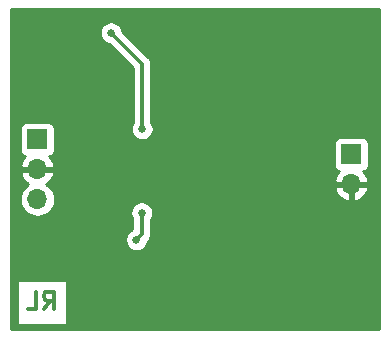
<source format=gbr>
G04 #@! TF.GenerationSoftware,KiCad,Pcbnew,(5.1.2-1)-1*
G04 #@! TF.CreationDate,2019-06-28T15:13:53-07:00*
G04 #@! TF.ProjectId,power_share,706f7765-725f-4736-9861-72652e6b6963,rev?*
G04 #@! TF.SameCoordinates,Original*
G04 #@! TF.FileFunction,Copper,L2,Bot*
G04 #@! TF.FilePolarity,Positive*
%FSLAX46Y46*%
G04 Gerber Fmt 4.6, Leading zero omitted, Abs format (unit mm)*
G04 Created by KiCad (PCBNEW (5.1.2-1)-1) date 2019-06-28 15:13:53*
%MOMM*%
%LPD*%
G04 APERTURE LIST*
%ADD10C,0.300000*%
%ADD11O,1.700000X1.700000*%
%ADD12R,1.700000X1.700000*%
%ADD13C,0.889000*%
%ADD14C,0.660400*%
%ADD15C,0.304800*%
%ADD16C,0.254000*%
G04 APERTURE END LIST*
D10*
X117744857Y-105834571D02*
X118244857Y-105120285D01*
X118602000Y-105834571D02*
X118602000Y-104334571D01*
X118030571Y-104334571D01*
X117887714Y-104406000D01*
X117816285Y-104477428D01*
X117744857Y-104620285D01*
X117744857Y-104834571D01*
X117816285Y-104977428D01*
X117887714Y-105048857D01*
X118030571Y-105120285D01*
X118602000Y-105120285D01*
X116387714Y-105834571D02*
X117102000Y-105834571D01*
X117102000Y-104334571D01*
D11*
X143800000Y-95250000D03*
D12*
X143800000Y-92710000D03*
D11*
X117200000Y-96520000D03*
X117200000Y-93980000D03*
D12*
X117200000Y-91440000D03*
D13*
X122174000Y-95250000D03*
X122999000Y-90869000D03*
X123079000Y-97171000D03*
D14*
X126078360Y-90569107D03*
X123444000Y-82423000D03*
X126046082Y-97677004D03*
X125603000Y-99949000D03*
D15*
X126078360Y-85057360D02*
X123444000Y-82423000D01*
X126078360Y-90569107D02*
X126078360Y-85057360D01*
X126046082Y-99505918D02*
X125603000Y-99949000D01*
X126046082Y-97677004D02*
X126046082Y-99505918D01*
D16*
G36*
X146152000Y-83279581D02*
G01*
X146152000Y-83279582D01*
X146152001Y-104361572D01*
X146152000Y-104361582D01*
X146152001Y-107544000D01*
X114960000Y-107544000D01*
X114960000Y-103366000D01*
X115459857Y-103366000D01*
X115459857Y-107186000D01*
X119744143Y-107186000D01*
X119744143Y-103366000D01*
X115459857Y-103366000D01*
X114960000Y-103366000D01*
X114960000Y-99853936D01*
X124637800Y-99853936D01*
X124637800Y-100044064D01*
X124674892Y-100230538D01*
X124747651Y-100406194D01*
X124853280Y-100564279D01*
X124987721Y-100698720D01*
X125145806Y-100804349D01*
X125321462Y-100877108D01*
X125507936Y-100914200D01*
X125698064Y-100914200D01*
X125884538Y-100877108D01*
X126060194Y-100804349D01*
X126218279Y-100698720D01*
X126352720Y-100564279D01*
X126458349Y-100406194D01*
X126531108Y-100230538D01*
X126554969Y-100110582D01*
X126575509Y-100090042D01*
X126605551Y-100065387D01*
X126703948Y-99945490D01*
X126777064Y-99808701D01*
X126822088Y-99660275D01*
X126833482Y-99544591D01*
X126833482Y-99544583D01*
X126837290Y-99505918D01*
X126833482Y-99467253D01*
X126833482Y-98235891D01*
X126901431Y-98134198D01*
X126974190Y-97958542D01*
X127011282Y-97772068D01*
X127011282Y-97581940D01*
X126974190Y-97395466D01*
X126901431Y-97219810D01*
X126795802Y-97061725D01*
X126661361Y-96927284D01*
X126503276Y-96821655D01*
X126327620Y-96748896D01*
X126141146Y-96711804D01*
X125951018Y-96711804D01*
X125764544Y-96748896D01*
X125588888Y-96821655D01*
X125430803Y-96927284D01*
X125296362Y-97061725D01*
X125190733Y-97219810D01*
X125117974Y-97395466D01*
X125080882Y-97581940D01*
X125080882Y-97772068D01*
X125117974Y-97958542D01*
X125190733Y-98134198D01*
X125258682Y-98235891D01*
X125258683Y-99046896D01*
X125145806Y-99093651D01*
X124987721Y-99199280D01*
X124853280Y-99333721D01*
X124747651Y-99491806D01*
X124674892Y-99667462D01*
X124637800Y-99853936D01*
X114960000Y-99853936D01*
X114960000Y-96520000D01*
X115707815Y-96520000D01*
X115736487Y-96811111D01*
X115821401Y-97091034D01*
X115959294Y-97349014D01*
X116144866Y-97575134D01*
X116370986Y-97760706D01*
X116628966Y-97898599D01*
X116908889Y-97983513D01*
X117127050Y-98005000D01*
X117272950Y-98005000D01*
X117491111Y-97983513D01*
X117771034Y-97898599D01*
X118029014Y-97760706D01*
X118255134Y-97575134D01*
X118440706Y-97349014D01*
X118578599Y-97091034D01*
X118663513Y-96811111D01*
X118692185Y-96520000D01*
X118663513Y-96228889D01*
X118578599Y-95948966D01*
X118440706Y-95690986D01*
X118371691Y-95606890D01*
X142358524Y-95606890D01*
X142403175Y-95754099D01*
X142528359Y-96016920D01*
X142702412Y-96250269D01*
X142918645Y-96445178D01*
X143168748Y-96594157D01*
X143443109Y-96691481D01*
X143673000Y-96570814D01*
X143673000Y-95377000D01*
X143927000Y-95377000D01*
X143927000Y-96570814D01*
X144156891Y-96691481D01*
X144431252Y-96594157D01*
X144681355Y-96445178D01*
X144897588Y-96250269D01*
X145071641Y-96016920D01*
X145196825Y-95754099D01*
X145241476Y-95606890D01*
X145120155Y-95377000D01*
X143927000Y-95377000D01*
X143673000Y-95377000D01*
X142479845Y-95377000D01*
X142358524Y-95606890D01*
X118371691Y-95606890D01*
X118255134Y-95464866D01*
X118029014Y-95279294D01*
X117964477Y-95244799D01*
X118081355Y-95175178D01*
X118297588Y-94980269D01*
X118471641Y-94746920D01*
X118596825Y-94484099D01*
X118641476Y-94336890D01*
X118520155Y-94107000D01*
X117327000Y-94107000D01*
X117327000Y-94127000D01*
X117073000Y-94127000D01*
X117073000Y-94107000D01*
X115879845Y-94107000D01*
X115758524Y-94336890D01*
X115803175Y-94484099D01*
X115928359Y-94746920D01*
X116102412Y-94980269D01*
X116318645Y-95175178D01*
X116435523Y-95244799D01*
X116370986Y-95279294D01*
X116144866Y-95464866D01*
X115959294Y-95690986D01*
X115821401Y-95948966D01*
X115736487Y-96228889D01*
X115707815Y-96520000D01*
X114960000Y-96520000D01*
X114960000Y-90590000D01*
X115711928Y-90590000D01*
X115711928Y-92290000D01*
X115724188Y-92414482D01*
X115760498Y-92534180D01*
X115819463Y-92644494D01*
X115898815Y-92741185D01*
X115995506Y-92820537D01*
X116105820Y-92879502D01*
X116186466Y-92903966D01*
X116102412Y-92979731D01*
X115928359Y-93213080D01*
X115803175Y-93475901D01*
X115758524Y-93623110D01*
X115879845Y-93853000D01*
X117073000Y-93853000D01*
X117073000Y-93833000D01*
X117327000Y-93833000D01*
X117327000Y-93853000D01*
X118520155Y-93853000D01*
X118641476Y-93623110D01*
X118596825Y-93475901D01*
X118471641Y-93213080D01*
X118297588Y-92979731D01*
X118213534Y-92903966D01*
X118294180Y-92879502D01*
X118404494Y-92820537D01*
X118501185Y-92741185D01*
X118580537Y-92644494D01*
X118639502Y-92534180D01*
X118675812Y-92414482D01*
X118688072Y-92290000D01*
X118688072Y-91860000D01*
X142311928Y-91860000D01*
X142311928Y-93560000D01*
X142324188Y-93684482D01*
X142360498Y-93804180D01*
X142419463Y-93914494D01*
X142498815Y-94011185D01*
X142595506Y-94090537D01*
X142705820Y-94149502D01*
X142786466Y-94173966D01*
X142702412Y-94249731D01*
X142528359Y-94483080D01*
X142403175Y-94745901D01*
X142358524Y-94893110D01*
X142479845Y-95123000D01*
X143673000Y-95123000D01*
X143673000Y-95103000D01*
X143927000Y-95103000D01*
X143927000Y-95123000D01*
X145120155Y-95123000D01*
X145241476Y-94893110D01*
X145196825Y-94745901D01*
X145071641Y-94483080D01*
X144897588Y-94249731D01*
X144813534Y-94173966D01*
X144894180Y-94149502D01*
X145004494Y-94090537D01*
X145101185Y-94011185D01*
X145180537Y-93914494D01*
X145239502Y-93804180D01*
X145275812Y-93684482D01*
X145288072Y-93560000D01*
X145288072Y-91860000D01*
X145275812Y-91735518D01*
X145239502Y-91615820D01*
X145180537Y-91505506D01*
X145101185Y-91408815D01*
X145004494Y-91329463D01*
X144894180Y-91270498D01*
X144774482Y-91234188D01*
X144650000Y-91221928D01*
X142950000Y-91221928D01*
X142825518Y-91234188D01*
X142705820Y-91270498D01*
X142595506Y-91329463D01*
X142498815Y-91408815D01*
X142419463Y-91505506D01*
X142360498Y-91615820D01*
X142324188Y-91735518D01*
X142311928Y-91860000D01*
X118688072Y-91860000D01*
X118688072Y-90590000D01*
X118675812Y-90465518D01*
X118639502Y-90345820D01*
X118580537Y-90235506D01*
X118501185Y-90138815D01*
X118404494Y-90059463D01*
X118294180Y-90000498D01*
X118174482Y-89964188D01*
X118050000Y-89951928D01*
X116350000Y-89951928D01*
X116225518Y-89964188D01*
X116105820Y-90000498D01*
X115995506Y-90059463D01*
X115898815Y-90138815D01*
X115819463Y-90235506D01*
X115760498Y-90345820D01*
X115724188Y-90465518D01*
X115711928Y-90590000D01*
X114960000Y-90590000D01*
X114960000Y-82327936D01*
X122478800Y-82327936D01*
X122478800Y-82518064D01*
X122515892Y-82704538D01*
X122588651Y-82880194D01*
X122694280Y-83038279D01*
X122828721Y-83172720D01*
X122986806Y-83278349D01*
X123162462Y-83351108D01*
X123282419Y-83374969D01*
X125290961Y-85383513D01*
X125290960Y-90010220D01*
X125223011Y-90111913D01*
X125150252Y-90287569D01*
X125113160Y-90474043D01*
X125113160Y-90664171D01*
X125150252Y-90850645D01*
X125223011Y-91026301D01*
X125328640Y-91184386D01*
X125463081Y-91318827D01*
X125621166Y-91424456D01*
X125796822Y-91497215D01*
X125983296Y-91534307D01*
X126173424Y-91534307D01*
X126359898Y-91497215D01*
X126535554Y-91424456D01*
X126693639Y-91318827D01*
X126828080Y-91184386D01*
X126933709Y-91026301D01*
X127006468Y-90850645D01*
X127043560Y-90664171D01*
X127043560Y-90474043D01*
X127006468Y-90287569D01*
X126933709Y-90111913D01*
X126865760Y-90010220D01*
X126865760Y-85096025D01*
X126869568Y-85057360D01*
X126865760Y-85018695D01*
X126865760Y-85018687D01*
X126854366Y-84903003D01*
X126809342Y-84754577D01*
X126736226Y-84617788D01*
X126662482Y-84527930D01*
X126662479Y-84527927D01*
X126637829Y-84497891D01*
X126607793Y-84473241D01*
X124395969Y-82261419D01*
X124372108Y-82141462D01*
X124299349Y-81965806D01*
X124193720Y-81807721D01*
X124059279Y-81673280D01*
X123901194Y-81567651D01*
X123725538Y-81494892D01*
X123539064Y-81457800D01*
X123348936Y-81457800D01*
X123162462Y-81494892D01*
X122986806Y-81567651D01*
X122828721Y-81673280D01*
X122694280Y-81807721D01*
X122588651Y-81965806D01*
X122515892Y-82141462D01*
X122478800Y-82327936D01*
X114960000Y-82327936D01*
X114960000Y-80416000D01*
X146152001Y-80416000D01*
X146152000Y-83279581D01*
X146152000Y-83279581D01*
G37*
X146152000Y-83279581D02*
X146152000Y-83279582D01*
X146152001Y-104361572D01*
X146152000Y-104361582D01*
X146152001Y-107544000D01*
X114960000Y-107544000D01*
X114960000Y-103366000D01*
X115459857Y-103366000D01*
X115459857Y-107186000D01*
X119744143Y-107186000D01*
X119744143Y-103366000D01*
X115459857Y-103366000D01*
X114960000Y-103366000D01*
X114960000Y-99853936D01*
X124637800Y-99853936D01*
X124637800Y-100044064D01*
X124674892Y-100230538D01*
X124747651Y-100406194D01*
X124853280Y-100564279D01*
X124987721Y-100698720D01*
X125145806Y-100804349D01*
X125321462Y-100877108D01*
X125507936Y-100914200D01*
X125698064Y-100914200D01*
X125884538Y-100877108D01*
X126060194Y-100804349D01*
X126218279Y-100698720D01*
X126352720Y-100564279D01*
X126458349Y-100406194D01*
X126531108Y-100230538D01*
X126554969Y-100110582D01*
X126575509Y-100090042D01*
X126605551Y-100065387D01*
X126703948Y-99945490D01*
X126777064Y-99808701D01*
X126822088Y-99660275D01*
X126833482Y-99544591D01*
X126833482Y-99544583D01*
X126837290Y-99505918D01*
X126833482Y-99467253D01*
X126833482Y-98235891D01*
X126901431Y-98134198D01*
X126974190Y-97958542D01*
X127011282Y-97772068D01*
X127011282Y-97581940D01*
X126974190Y-97395466D01*
X126901431Y-97219810D01*
X126795802Y-97061725D01*
X126661361Y-96927284D01*
X126503276Y-96821655D01*
X126327620Y-96748896D01*
X126141146Y-96711804D01*
X125951018Y-96711804D01*
X125764544Y-96748896D01*
X125588888Y-96821655D01*
X125430803Y-96927284D01*
X125296362Y-97061725D01*
X125190733Y-97219810D01*
X125117974Y-97395466D01*
X125080882Y-97581940D01*
X125080882Y-97772068D01*
X125117974Y-97958542D01*
X125190733Y-98134198D01*
X125258682Y-98235891D01*
X125258683Y-99046896D01*
X125145806Y-99093651D01*
X124987721Y-99199280D01*
X124853280Y-99333721D01*
X124747651Y-99491806D01*
X124674892Y-99667462D01*
X124637800Y-99853936D01*
X114960000Y-99853936D01*
X114960000Y-96520000D01*
X115707815Y-96520000D01*
X115736487Y-96811111D01*
X115821401Y-97091034D01*
X115959294Y-97349014D01*
X116144866Y-97575134D01*
X116370986Y-97760706D01*
X116628966Y-97898599D01*
X116908889Y-97983513D01*
X117127050Y-98005000D01*
X117272950Y-98005000D01*
X117491111Y-97983513D01*
X117771034Y-97898599D01*
X118029014Y-97760706D01*
X118255134Y-97575134D01*
X118440706Y-97349014D01*
X118578599Y-97091034D01*
X118663513Y-96811111D01*
X118692185Y-96520000D01*
X118663513Y-96228889D01*
X118578599Y-95948966D01*
X118440706Y-95690986D01*
X118371691Y-95606890D01*
X142358524Y-95606890D01*
X142403175Y-95754099D01*
X142528359Y-96016920D01*
X142702412Y-96250269D01*
X142918645Y-96445178D01*
X143168748Y-96594157D01*
X143443109Y-96691481D01*
X143673000Y-96570814D01*
X143673000Y-95377000D01*
X143927000Y-95377000D01*
X143927000Y-96570814D01*
X144156891Y-96691481D01*
X144431252Y-96594157D01*
X144681355Y-96445178D01*
X144897588Y-96250269D01*
X145071641Y-96016920D01*
X145196825Y-95754099D01*
X145241476Y-95606890D01*
X145120155Y-95377000D01*
X143927000Y-95377000D01*
X143673000Y-95377000D01*
X142479845Y-95377000D01*
X142358524Y-95606890D01*
X118371691Y-95606890D01*
X118255134Y-95464866D01*
X118029014Y-95279294D01*
X117964477Y-95244799D01*
X118081355Y-95175178D01*
X118297588Y-94980269D01*
X118471641Y-94746920D01*
X118596825Y-94484099D01*
X118641476Y-94336890D01*
X118520155Y-94107000D01*
X117327000Y-94107000D01*
X117327000Y-94127000D01*
X117073000Y-94127000D01*
X117073000Y-94107000D01*
X115879845Y-94107000D01*
X115758524Y-94336890D01*
X115803175Y-94484099D01*
X115928359Y-94746920D01*
X116102412Y-94980269D01*
X116318645Y-95175178D01*
X116435523Y-95244799D01*
X116370986Y-95279294D01*
X116144866Y-95464866D01*
X115959294Y-95690986D01*
X115821401Y-95948966D01*
X115736487Y-96228889D01*
X115707815Y-96520000D01*
X114960000Y-96520000D01*
X114960000Y-90590000D01*
X115711928Y-90590000D01*
X115711928Y-92290000D01*
X115724188Y-92414482D01*
X115760498Y-92534180D01*
X115819463Y-92644494D01*
X115898815Y-92741185D01*
X115995506Y-92820537D01*
X116105820Y-92879502D01*
X116186466Y-92903966D01*
X116102412Y-92979731D01*
X115928359Y-93213080D01*
X115803175Y-93475901D01*
X115758524Y-93623110D01*
X115879845Y-93853000D01*
X117073000Y-93853000D01*
X117073000Y-93833000D01*
X117327000Y-93833000D01*
X117327000Y-93853000D01*
X118520155Y-93853000D01*
X118641476Y-93623110D01*
X118596825Y-93475901D01*
X118471641Y-93213080D01*
X118297588Y-92979731D01*
X118213534Y-92903966D01*
X118294180Y-92879502D01*
X118404494Y-92820537D01*
X118501185Y-92741185D01*
X118580537Y-92644494D01*
X118639502Y-92534180D01*
X118675812Y-92414482D01*
X118688072Y-92290000D01*
X118688072Y-91860000D01*
X142311928Y-91860000D01*
X142311928Y-93560000D01*
X142324188Y-93684482D01*
X142360498Y-93804180D01*
X142419463Y-93914494D01*
X142498815Y-94011185D01*
X142595506Y-94090537D01*
X142705820Y-94149502D01*
X142786466Y-94173966D01*
X142702412Y-94249731D01*
X142528359Y-94483080D01*
X142403175Y-94745901D01*
X142358524Y-94893110D01*
X142479845Y-95123000D01*
X143673000Y-95123000D01*
X143673000Y-95103000D01*
X143927000Y-95103000D01*
X143927000Y-95123000D01*
X145120155Y-95123000D01*
X145241476Y-94893110D01*
X145196825Y-94745901D01*
X145071641Y-94483080D01*
X144897588Y-94249731D01*
X144813534Y-94173966D01*
X144894180Y-94149502D01*
X145004494Y-94090537D01*
X145101185Y-94011185D01*
X145180537Y-93914494D01*
X145239502Y-93804180D01*
X145275812Y-93684482D01*
X145288072Y-93560000D01*
X145288072Y-91860000D01*
X145275812Y-91735518D01*
X145239502Y-91615820D01*
X145180537Y-91505506D01*
X145101185Y-91408815D01*
X145004494Y-91329463D01*
X144894180Y-91270498D01*
X144774482Y-91234188D01*
X144650000Y-91221928D01*
X142950000Y-91221928D01*
X142825518Y-91234188D01*
X142705820Y-91270498D01*
X142595506Y-91329463D01*
X142498815Y-91408815D01*
X142419463Y-91505506D01*
X142360498Y-91615820D01*
X142324188Y-91735518D01*
X142311928Y-91860000D01*
X118688072Y-91860000D01*
X118688072Y-90590000D01*
X118675812Y-90465518D01*
X118639502Y-90345820D01*
X118580537Y-90235506D01*
X118501185Y-90138815D01*
X118404494Y-90059463D01*
X118294180Y-90000498D01*
X118174482Y-89964188D01*
X118050000Y-89951928D01*
X116350000Y-89951928D01*
X116225518Y-89964188D01*
X116105820Y-90000498D01*
X115995506Y-90059463D01*
X115898815Y-90138815D01*
X115819463Y-90235506D01*
X115760498Y-90345820D01*
X115724188Y-90465518D01*
X115711928Y-90590000D01*
X114960000Y-90590000D01*
X114960000Y-82327936D01*
X122478800Y-82327936D01*
X122478800Y-82518064D01*
X122515892Y-82704538D01*
X122588651Y-82880194D01*
X122694280Y-83038279D01*
X122828721Y-83172720D01*
X122986806Y-83278349D01*
X123162462Y-83351108D01*
X123282419Y-83374969D01*
X125290961Y-85383513D01*
X125290960Y-90010220D01*
X125223011Y-90111913D01*
X125150252Y-90287569D01*
X125113160Y-90474043D01*
X125113160Y-90664171D01*
X125150252Y-90850645D01*
X125223011Y-91026301D01*
X125328640Y-91184386D01*
X125463081Y-91318827D01*
X125621166Y-91424456D01*
X125796822Y-91497215D01*
X125983296Y-91534307D01*
X126173424Y-91534307D01*
X126359898Y-91497215D01*
X126535554Y-91424456D01*
X126693639Y-91318827D01*
X126828080Y-91184386D01*
X126933709Y-91026301D01*
X127006468Y-90850645D01*
X127043560Y-90664171D01*
X127043560Y-90474043D01*
X127006468Y-90287569D01*
X126933709Y-90111913D01*
X126865760Y-90010220D01*
X126865760Y-85096025D01*
X126869568Y-85057360D01*
X126865760Y-85018695D01*
X126865760Y-85018687D01*
X126854366Y-84903003D01*
X126809342Y-84754577D01*
X126736226Y-84617788D01*
X126662482Y-84527930D01*
X126662479Y-84527927D01*
X126637829Y-84497891D01*
X126607793Y-84473241D01*
X124395969Y-82261419D01*
X124372108Y-82141462D01*
X124299349Y-81965806D01*
X124193720Y-81807721D01*
X124059279Y-81673280D01*
X123901194Y-81567651D01*
X123725538Y-81494892D01*
X123539064Y-81457800D01*
X123348936Y-81457800D01*
X123162462Y-81494892D01*
X122986806Y-81567651D01*
X122828721Y-81673280D01*
X122694280Y-81807721D01*
X122588651Y-81965806D01*
X122515892Y-82141462D01*
X122478800Y-82327936D01*
X114960000Y-82327936D01*
X114960000Y-80416000D01*
X146152001Y-80416000D01*
X146152000Y-83279581D01*
M02*

</source>
